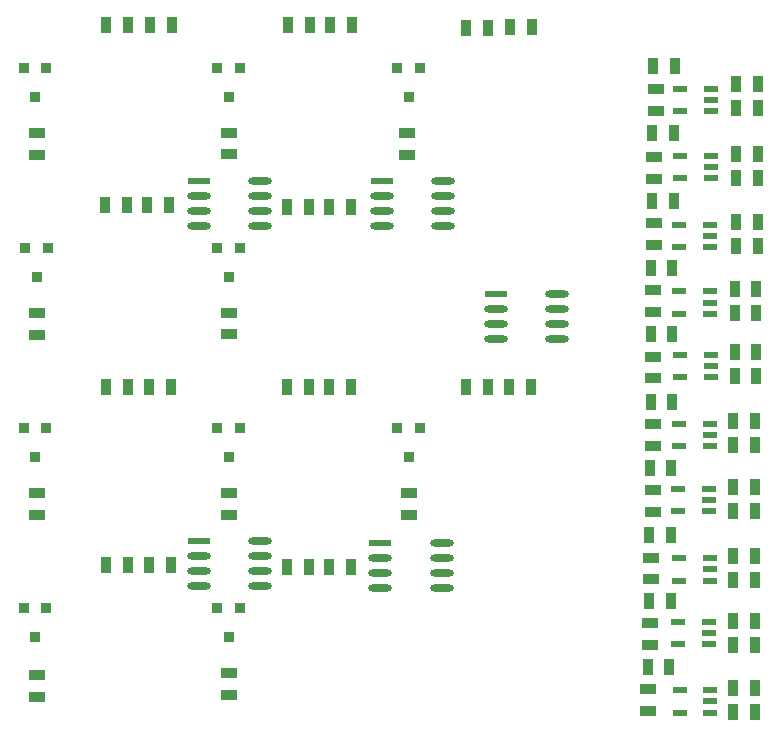
<source format=gtp>
G04 Layer_Color=8421504*
%FSLAX25Y25*%
%MOIN*%
G70*
G01*
G75*
%ADD11R,0.04921X0.01968*%
%ADD12O,0.07800X0.02400*%
%ADD13R,0.07800X0.02400*%
%ADD14R,0.05512X0.03740*%
%ADD15R,0.03740X0.05512*%
%ADD16R,0.03543X0.03740*%
%ADD17R,0.03543X0.03740*%
D11*
X230185Y91540D02*
D03*
Y84060D02*
D03*
X240500Y91540D02*
D03*
Y87800D02*
D03*
Y84060D02*
D03*
X229985Y136340D02*
D03*
Y128860D02*
D03*
X240300Y136340D02*
D03*
Y132600D02*
D03*
Y128860D02*
D03*
X230085Y180440D02*
D03*
Y172960D02*
D03*
X240400Y180440D02*
D03*
Y176700D02*
D03*
Y172960D02*
D03*
X230442Y225680D02*
D03*
Y218200D02*
D03*
X240757Y225680D02*
D03*
Y221940D02*
D03*
Y218200D02*
D03*
X229885Y70240D02*
D03*
Y62760D02*
D03*
X240200Y70240D02*
D03*
Y66500D02*
D03*
Y62760D02*
D03*
X229800Y114680D02*
D03*
Y107200D02*
D03*
X240115Y114680D02*
D03*
Y110940D02*
D03*
Y107200D02*
D03*
X230385Y159240D02*
D03*
Y151760D02*
D03*
X240700Y159240D02*
D03*
Y155500D02*
D03*
Y151760D02*
D03*
X229985Y202700D02*
D03*
Y195220D02*
D03*
X240300Y202700D02*
D03*
Y198960D02*
D03*
Y195220D02*
D03*
X230485Y247940D02*
D03*
Y240460D02*
D03*
X240800Y247940D02*
D03*
Y244200D02*
D03*
Y240460D02*
D03*
X230285Y47540D02*
D03*
Y40060D02*
D03*
X240600Y47540D02*
D03*
Y43800D02*
D03*
Y40060D02*
D03*
D12*
X151000Y81600D02*
D03*
Y86600D02*
D03*
Y91600D02*
D03*
Y96600D02*
D03*
X130500Y81600D02*
D03*
Y86600D02*
D03*
Y91600D02*
D03*
X151500Y202100D02*
D03*
Y207100D02*
D03*
Y212100D02*
D03*
Y217100D02*
D03*
X131000Y202100D02*
D03*
Y207100D02*
D03*
Y212100D02*
D03*
X90500Y82100D02*
D03*
Y87100D02*
D03*
Y92100D02*
D03*
Y97100D02*
D03*
X70000Y82100D02*
D03*
Y87100D02*
D03*
Y92100D02*
D03*
X90500Y202100D02*
D03*
Y207100D02*
D03*
Y212100D02*
D03*
Y217100D02*
D03*
X70000Y202100D02*
D03*
Y207100D02*
D03*
Y212100D02*
D03*
X189500Y164600D02*
D03*
Y169600D02*
D03*
Y174600D02*
D03*
Y179600D02*
D03*
X169000Y164600D02*
D03*
Y169600D02*
D03*
Y174600D02*
D03*
D13*
X130500Y96600D02*
D03*
X131000Y217100D02*
D03*
X70000Y97100D02*
D03*
Y217100D02*
D03*
X169000Y179600D02*
D03*
D14*
X80000Y53242D02*
D03*
Y45958D02*
D03*
Y173383D02*
D03*
Y166100D02*
D03*
X16000Y52600D02*
D03*
Y45316D02*
D03*
Y173100D02*
D03*
Y165816D02*
D03*
X139500Y233242D02*
D03*
Y225958D02*
D03*
X80000Y113242D02*
D03*
Y105958D02*
D03*
Y233383D02*
D03*
Y226100D02*
D03*
X16000Y113100D02*
D03*
Y105816D02*
D03*
Y233242D02*
D03*
Y225958D02*
D03*
X219800Y40558D02*
D03*
Y47842D02*
D03*
X220800Y84417D02*
D03*
Y91700D02*
D03*
X221300Y128917D02*
D03*
Y136200D02*
D03*
Y180983D02*
D03*
Y173700D02*
D03*
X221942Y218058D02*
D03*
Y225342D02*
D03*
X220300Y62558D02*
D03*
Y69842D02*
D03*
X221300Y106916D02*
D03*
Y114200D02*
D03*
Y151417D02*
D03*
Y158700D02*
D03*
X221800Y195916D02*
D03*
Y203200D02*
D03*
X222300Y240558D02*
D03*
Y247842D02*
D03*
X140000Y113100D02*
D03*
Y105816D02*
D03*
D15*
X166500Y148600D02*
D03*
X159216D02*
D03*
X106642Y88600D02*
D03*
X99358D02*
D03*
X106642Y208600D02*
D03*
X99358D02*
D03*
X46500Y89100D02*
D03*
X39217D02*
D03*
X46000Y209100D02*
D03*
X38717D02*
D03*
X255442Y40200D02*
D03*
X248158D02*
D03*
X255442Y84200D02*
D03*
X248158D02*
D03*
X255442Y129200D02*
D03*
X248158D02*
D03*
X255942Y173200D02*
D03*
X248658D02*
D03*
X256442Y218200D02*
D03*
X249158D02*
D03*
X166284Y268100D02*
D03*
X159000D02*
D03*
X106642Y148600D02*
D03*
X99358D02*
D03*
X107000Y269100D02*
D03*
X99717D02*
D03*
X46500Y148600D02*
D03*
X39217D02*
D03*
X46500Y269100D02*
D03*
X39217D02*
D03*
X255442Y62700D02*
D03*
X248158D02*
D03*
X255300Y107200D02*
D03*
X248017D02*
D03*
X255942Y152200D02*
D03*
X248658D02*
D03*
X256442Y195700D02*
D03*
X249158D02*
D03*
X256300Y241700D02*
D03*
X249016D02*
D03*
X255300Y92200D02*
D03*
X248017D02*
D03*
X255442Y137200D02*
D03*
X248158D02*
D03*
X255942Y181200D02*
D03*
X248658D02*
D03*
X256442Y226200D02*
D03*
X249158D02*
D03*
X227442Y99200D02*
D03*
X220158D02*
D03*
X227942Y143700D02*
D03*
X220658D02*
D03*
X227942Y188200D02*
D03*
X220658D02*
D03*
X228442Y233200D02*
D03*
X221158D02*
D03*
X173358Y148600D02*
D03*
X180642D02*
D03*
X113358Y88600D02*
D03*
X120642D02*
D03*
X113358Y208600D02*
D03*
X120642D02*
D03*
X53358Y89100D02*
D03*
X60642D02*
D03*
X52858Y209100D02*
D03*
X60142D02*
D03*
X226942Y55200D02*
D03*
X219658D02*
D03*
X255442Y70700D02*
D03*
X248158D02*
D03*
X255442Y115200D02*
D03*
X248158D02*
D03*
X255942Y160200D02*
D03*
X248658D02*
D03*
X256300Y203700D02*
D03*
X249016D02*
D03*
X256442Y249700D02*
D03*
X249158D02*
D03*
X227442Y77200D02*
D03*
X220158D02*
D03*
X227584Y121700D02*
D03*
X220300D02*
D03*
X227942Y166200D02*
D03*
X220658D02*
D03*
X228442Y210700D02*
D03*
X221158D02*
D03*
X228800Y255700D02*
D03*
X221516D02*
D03*
X173716Y268600D02*
D03*
X181000D02*
D03*
X113500Y148600D02*
D03*
X120783D02*
D03*
X113716Y269100D02*
D03*
X121000D02*
D03*
X53358Y148600D02*
D03*
X60642D02*
D03*
X53716Y269100D02*
D03*
X61000D02*
D03*
X255442Y48200D02*
D03*
X248158D02*
D03*
D16*
X80000Y65179D02*
D03*
X83740Y75021D02*
D03*
X80000Y185179D02*
D03*
X83740Y195021D02*
D03*
X15500Y65179D02*
D03*
X19240Y75021D02*
D03*
X16000Y185179D02*
D03*
X19740Y195021D02*
D03*
X140000Y245179D02*
D03*
X143740Y255021D02*
D03*
X80000Y125179D02*
D03*
X83740Y135021D02*
D03*
X80000Y245100D02*
D03*
X83740Y254942D02*
D03*
X15500Y125179D02*
D03*
X19240Y135021D02*
D03*
X15500Y245179D02*
D03*
X19240Y255021D02*
D03*
X140000Y125179D02*
D03*
X143740Y135021D02*
D03*
D17*
X76260Y75021D02*
D03*
Y195021D02*
D03*
X11760Y75021D02*
D03*
X12260Y195021D02*
D03*
X136260Y255021D02*
D03*
X76260Y135021D02*
D03*
Y254942D02*
D03*
X11760Y135021D02*
D03*
Y255021D02*
D03*
X136260Y135021D02*
D03*
M02*

</source>
